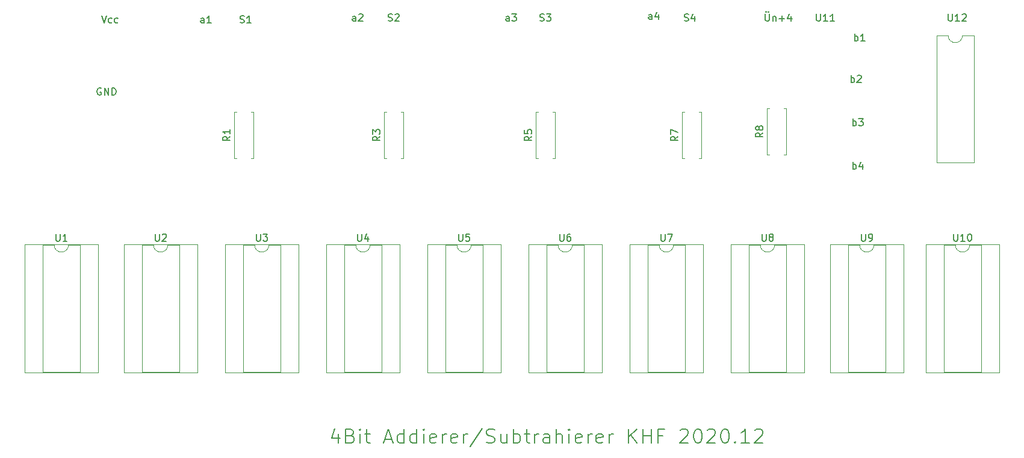
<source format=gbr>
%TF.GenerationSoftware,KiCad,Pcbnew,(5.1.6)-1*%
%TF.CreationDate,2020-12-22T11:19:17+01:00*%
%TF.ProjectId,Addierer,41646469-6572-4657-922e-6b696361645f,rev?*%
%TF.SameCoordinates,Original*%
%TF.FileFunction,Legend,Top*%
%TF.FilePolarity,Positive*%
%FSLAX46Y46*%
G04 Gerber Fmt 4.6, Leading zero omitted, Abs format (unit mm)*
G04 Created by KiCad (PCBNEW (5.1.6)-1) date 2020-12-22 11:19:17*
%MOMM*%
%LPD*%
G01*
G04 APERTURE LIST*
%ADD10C,0.150000*%
%ADD11C,0.120000*%
G04 APERTURE END LIST*
D10*
X89491047Y-150701428D02*
X89491047Y-152034761D01*
X89014857Y-149939523D02*
X88538666Y-151368095D01*
X89776761Y-151368095D01*
X91205333Y-150987142D02*
X91491047Y-151082380D01*
X91586285Y-151177619D01*
X91681523Y-151368095D01*
X91681523Y-151653809D01*
X91586285Y-151844285D01*
X91491047Y-151939523D01*
X91300571Y-152034761D01*
X90538666Y-152034761D01*
X90538666Y-150034761D01*
X91205333Y-150034761D01*
X91395809Y-150130000D01*
X91491047Y-150225238D01*
X91586285Y-150415714D01*
X91586285Y-150606190D01*
X91491047Y-150796666D01*
X91395809Y-150891904D01*
X91205333Y-150987142D01*
X90538666Y-150987142D01*
X92538666Y-152034761D02*
X92538666Y-150701428D01*
X92538666Y-150034761D02*
X92443428Y-150130000D01*
X92538666Y-150225238D01*
X92633904Y-150130000D01*
X92538666Y-150034761D01*
X92538666Y-150225238D01*
X93205333Y-150701428D02*
X93967238Y-150701428D01*
X93491047Y-150034761D02*
X93491047Y-151749047D01*
X93586285Y-151939523D01*
X93776761Y-152034761D01*
X93967238Y-152034761D01*
X96062476Y-151463333D02*
X97014857Y-151463333D01*
X95872000Y-152034761D02*
X96538666Y-150034761D01*
X97205333Y-152034761D01*
X98729142Y-152034761D02*
X98729142Y-150034761D01*
X98729142Y-151939523D02*
X98538666Y-152034761D01*
X98157714Y-152034761D01*
X97967238Y-151939523D01*
X97872000Y-151844285D01*
X97776761Y-151653809D01*
X97776761Y-151082380D01*
X97872000Y-150891904D01*
X97967238Y-150796666D01*
X98157714Y-150701428D01*
X98538666Y-150701428D01*
X98729142Y-150796666D01*
X100538666Y-152034761D02*
X100538666Y-150034761D01*
X100538666Y-151939523D02*
X100348190Y-152034761D01*
X99967238Y-152034761D01*
X99776761Y-151939523D01*
X99681523Y-151844285D01*
X99586285Y-151653809D01*
X99586285Y-151082380D01*
X99681523Y-150891904D01*
X99776761Y-150796666D01*
X99967238Y-150701428D01*
X100348190Y-150701428D01*
X100538666Y-150796666D01*
X101491047Y-152034761D02*
X101491047Y-150701428D01*
X101491047Y-150034761D02*
X101395809Y-150130000D01*
X101491047Y-150225238D01*
X101586285Y-150130000D01*
X101491047Y-150034761D01*
X101491047Y-150225238D01*
X103205333Y-151939523D02*
X103014857Y-152034761D01*
X102633904Y-152034761D01*
X102443428Y-151939523D01*
X102348190Y-151749047D01*
X102348190Y-150987142D01*
X102443428Y-150796666D01*
X102633904Y-150701428D01*
X103014857Y-150701428D01*
X103205333Y-150796666D01*
X103300571Y-150987142D01*
X103300571Y-151177619D01*
X102348190Y-151368095D01*
X104157714Y-152034761D02*
X104157714Y-150701428D01*
X104157714Y-151082380D02*
X104252952Y-150891904D01*
X104348190Y-150796666D01*
X104538666Y-150701428D01*
X104729142Y-150701428D01*
X106157714Y-151939523D02*
X105967238Y-152034761D01*
X105586285Y-152034761D01*
X105395809Y-151939523D01*
X105300571Y-151749047D01*
X105300571Y-150987142D01*
X105395809Y-150796666D01*
X105586285Y-150701428D01*
X105967238Y-150701428D01*
X106157714Y-150796666D01*
X106252952Y-150987142D01*
X106252952Y-151177619D01*
X105300571Y-151368095D01*
X107110095Y-152034761D02*
X107110095Y-150701428D01*
X107110095Y-151082380D02*
X107205333Y-150891904D01*
X107300571Y-150796666D01*
X107491047Y-150701428D01*
X107681523Y-150701428D01*
X109776761Y-149939523D02*
X108062476Y-152510952D01*
X110348190Y-151939523D02*
X110633904Y-152034761D01*
X111110095Y-152034761D01*
X111300571Y-151939523D01*
X111395809Y-151844285D01*
X111491047Y-151653809D01*
X111491047Y-151463333D01*
X111395809Y-151272857D01*
X111300571Y-151177619D01*
X111110095Y-151082380D01*
X110729142Y-150987142D01*
X110538666Y-150891904D01*
X110443428Y-150796666D01*
X110348190Y-150606190D01*
X110348190Y-150415714D01*
X110443428Y-150225238D01*
X110538666Y-150130000D01*
X110729142Y-150034761D01*
X111205333Y-150034761D01*
X111491047Y-150130000D01*
X113205333Y-150701428D02*
X113205333Y-152034761D01*
X112348190Y-150701428D02*
X112348190Y-151749047D01*
X112443428Y-151939523D01*
X112633904Y-152034761D01*
X112919619Y-152034761D01*
X113110095Y-151939523D01*
X113205333Y-151844285D01*
X114157714Y-152034761D02*
X114157714Y-150034761D01*
X114157714Y-150796666D02*
X114348190Y-150701428D01*
X114729142Y-150701428D01*
X114919619Y-150796666D01*
X115014857Y-150891904D01*
X115110095Y-151082380D01*
X115110095Y-151653809D01*
X115014857Y-151844285D01*
X114919619Y-151939523D01*
X114729142Y-152034761D01*
X114348190Y-152034761D01*
X114157714Y-151939523D01*
X115681523Y-150701428D02*
X116443428Y-150701428D01*
X115967238Y-150034761D02*
X115967238Y-151749047D01*
X116062476Y-151939523D01*
X116252952Y-152034761D01*
X116443428Y-152034761D01*
X117110095Y-152034761D02*
X117110095Y-150701428D01*
X117110095Y-151082380D02*
X117205333Y-150891904D01*
X117300571Y-150796666D01*
X117491047Y-150701428D01*
X117681523Y-150701428D01*
X119205333Y-152034761D02*
X119205333Y-150987142D01*
X119110095Y-150796666D01*
X118919619Y-150701428D01*
X118538666Y-150701428D01*
X118348190Y-150796666D01*
X119205333Y-151939523D02*
X119014857Y-152034761D01*
X118538666Y-152034761D01*
X118348190Y-151939523D01*
X118252952Y-151749047D01*
X118252952Y-151558571D01*
X118348190Y-151368095D01*
X118538666Y-151272857D01*
X119014857Y-151272857D01*
X119205333Y-151177619D01*
X120157714Y-152034761D02*
X120157714Y-150034761D01*
X121014857Y-152034761D02*
X121014857Y-150987142D01*
X120919619Y-150796666D01*
X120729142Y-150701428D01*
X120443428Y-150701428D01*
X120252952Y-150796666D01*
X120157714Y-150891904D01*
X121967238Y-152034761D02*
X121967238Y-150701428D01*
X121967238Y-150034761D02*
X121872000Y-150130000D01*
X121967238Y-150225238D01*
X122062476Y-150130000D01*
X121967238Y-150034761D01*
X121967238Y-150225238D01*
X123681523Y-151939523D02*
X123491047Y-152034761D01*
X123110095Y-152034761D01*
X122919619Y-151939523D01*
X122824380Y-151749047D01*
X122824380Y-150987142D01*
X122919619Y-150796666D01*
X123110095Y-150701428D01*
X123491047Y-150701428D01*
X123681523Y-150796666D01*
X123776761Y-150987142D01*
X123776761Y-151177619D01*
X122824380Y-151368095D01*
X124633904Y-152034761D02*
X124633904Y-150701428D01*
X124633904Y-151082380D02*
X124729142Y-150891904D01*
X124824380Y-150796666D01*
X125014857Y-150701428D01*
X125205333Y-150701428D01*
X126633904Y-151939523D02*
X126443428Y-152034761D01*
X126062476Y-152034761D01*
X125872000Y-151939523D01*
X125776761Y-151749047D01*
X125776761Y-150987142D01*
X125872000Y-150796666D01*
X126062476Y-150701428D01*
X126443428Y-150701428D01*
X126633904Y-150796666D01*
X126729142Y-150987142D01*
X126729142Y-151177619D01*
X125776761Y-151368095D01*
X127586285Y-152034761D02*
X127586285Y-150701428D01*
X127586285Y-151082380D02*
X127681523Y-150891904D01*
X127776761Y-150796666D01*
X127967238Y-150701428D01*
X128157714Y-150701428D01*
X130348190Y-152034761D02*
X130348190Y-150034761D01*
X131491047Y-152034761D02*
X130633904Y-150891904D01*
X131491047Y-150034761D02*
X130348190Y-151177619D01*
X132348190Y-152034761D02*
X132348190Y-150034761D01*
X132348190Y-150987142D02*
X133491047Y-150987142D01*
X133491047Y-152034761D02*
X133491047Y-150034761D01*
X135110095Y-150987142D02*
X134443428Y-150987142D01*
X134443428Y-152034761D02*
X134443428Y-150034761D01*
X135395809Y-150034761D01*
X137586285Y-150225238D02*
X137681523Y-150130000D01*
X137872000Y-150034761D01*
X138348190Y-150034761D01*
X138538666Y-150130000D01*
X138633904Y-150225238D01*
X138729142Y-150415714D01*
X138729142Y-150606190D01*
X138633904Y-150891904D01*
X137491047Y-152034761D01*
X138729142Y-152034761D01*
X139967238Y-150034761D02*
X140157714Y-150034761D01*
X140348190Y-150130000D01*
X140443428Y-150225238D01*
X140538666Y-150415714D01*
X140633904Y-150796666D01*
X140633904Y-151272857D01*
X140538666Y-151653809D01*
X140443428Y-151844285D01*
X140348190Y-151939523D01*
X140157714Y-152034761D01*
X139967238Y-152034761D01*
X139776761Y-151939523D01*
X139681523Y-151844285D01*
X139586285Y-151653809D01*
X139491047Y-151272857D01*
X139491047Y-150796666D01*
X139586285Y-150415714D01*
X139681523Y-150225238D01*
X139776761Y-150130000D01*
X139967238Y-150034761D01*
X141395809Y-150225238D02*
X141491047Y-150130000D01*
X141681523Y-150034761D01*
X142157714Y-150034761D01*
X142348190Y-150130000D01*
X142443428Y-150225238D01*
X142538666Y-150415714D01*
X142538666Y-150606190D01*
X142443428Y-150891904D01*
X141300571Y-152034761D01*
X142538666Y-152034761D01*
X143776761Y-150034761D02*
X143967238Y-150034761D01*
X144157714Y-150130000D01*
X144252952Y-150225238D01*
X144348190Y-150415714D01*
X144443428Y-150796666D01*
X144443428Y-151272857D01*
X144348190Y-151653809D01*
X144252952Y-151844285D01*
X144157714Y-151939523D01*
X143967238Y-152034761D01*
X143776761Y-152034761D01*
X143586285Y-151939523D01*
X143491047Y-151844285D01*
X143395809Y-151653809D01*
X143300571Y-151272857D01*
X143300571Y-150796666D01*
X143395809Y-150415714D01*
X143491047Y-150225238D01*
X143586285Y-150130000D01*
X143776761Y-150034761D01*
X145300571Y-151844285D02*
X145395809Y-151939523D01*
X145300571Y-152034761D01*
X145205333Y-151939523D01*
X145300571Y-151844285D01*
X145300571Y-152034761D01*
X147300571Y-152034761D02*
X146157714Y-152034761D01*
X146729142Y-152034761D02*
X146729142Y-150034761D01*
X146538666Y-150320476D01*
X146348190Y-150510952D01*
X146157714Y-150606190D01*
X148062476Y-150225238D02*
X148157714Y-150130000D01*
X148348190Y-150034761D01*
X148824380Y-150034761D01*
X149014857Y-150130000D01*
X149110095Y-150225238D01*
X149205333Y-150415714D01*
X149205333Y-150606190D01*
X149110095Y-150891904D01*
X147967238Y-152034761D01*
X149205333Y-152034761D01*
D11*
%TO.C,R1*%
X75160000Y-111982000D02*
X74830000Y-111982000D01*
X74830000Y-111982000D02*
X74830000Y-105442000D01*
X74830000Y-105442000D02*
X75160000Y-105442000D01*
X77240000Y-111982000D02*
X77570000Y-111982000D01*
X77570000Y-111982000D02*
X77570000Y-105442000D01*
X77570000Y-105442000D02*
X77240000Y-105442000D01*
%TO.C,R3*%
X96242000Y-111982000D02*
X95912000Y-111982000D01*
X95912000Y-111982000D02*
X95912000Y-105442000D01*
X95912000Y-105442000D02*
X96242000Y-105442000D01*
X98322000Y-111982000D02*
X98652000Y-111982000D01*
X98652000Y-111982000D02*
X98652000Y-105442000D01*
X98652000Y-105442000D02*
X98322000Y-105442000D01*
%TO.C,R5*%
X119988000Y-105442000D02*
X119658000Y-105442000D01*
X119988000Y-111982000D02*
X119988000Y-105442000D01*
X119658000Y-111982000D02*
X119988000Y-111982000D01*
X117248000Y-105442000D02*
X117578000Y-105442000D01*
X117248000Y-111982000D02*
X117248000Y-105442000D01*
X117578000Y-111982000D02*
X117248000Y-111982000D01*
%TO.C,R7*%
X140562000Y-105442000D02*
X140232000Y-105442000D01*
X140562000Y-111982000D02*
X140562000Y-105442000D01*
X140232000Y-111982000D02*
X140562000Y-111982000D01*
X137822000Y-105442000D02*
X138152000Y-105442000D01*
X137822000Y-111982000D02*
X137822000Y-105442000D01*
X138152000Y-111982000D02*
X137822000Y-111982000D01*
%TO.C,R8*%
X152500000Y-104934000D02*
X152170000Y-104934000D01*
X152500000Y-111474000D02*
X152500000Y-104934000D01*
X152170000Y-111474000D02*
X152500000Y-111474000D01*
X149760000Y-104934000D02*
X150090000Y-104934000D01*
X149760000Y-111474000D02*
X149760000Y-104934000D01*
X150090000Y-111474000D02*
X149760000Y-111474000D01*
%TO.C,U1*%
X55686000Y-124086000D02*
X45406000Y-124086000D01*
X55686000Y-142106000D02*
X55686000Y-124086000D01*
X45406000Y-142106000D02*
X55686000Y-142106000D01*
X45406000Y-124086000D02*
X45406000Y-142106000D01*
X53196000Y-124146000D02*
X51546000Y-124146000D01*
X53196000Y-142046000D02*
X53196000Y-124146000D01*
X47896000Y-142046000D02*
X53196000Y-142046000D01*
X47896000Y-124146000D02*
X47896000Y-142046000D01*
X49546000Y-124146000D02*
X47896000Y-124146000D01*
X51546000Y-124146000D02*
G75*
G02*
X49546000Y-124146000I-1000000J0D01*
G01*
%TO.C,U2*%
X69656000Y-124086000D02*
X59376000Y-124086000D01*
X69656000Y-142106000D02*
X69656000Y-124086000D01*
X59376000Y-142106000D02*
X69656000Y-142106000D01*
X59376000Y-124086000D02*
X59376000Y-142106000D01*
X67166000Y-124146000D02*
X65516000Y-124146000D01*
X67166000Y-142046000D02*
X67166000Y-124146000D01*
X61866000Y-142046000D02*
X67166000Y-142046000D01*
X61866000Y-124146000D02*
X61866000Y-142046000D01*
X63516000Y-124146000D02*
X61866000Y-124146000D01*
X65516000Y-124146000D02*
G75*
G02*
X63516000Y-124146000I-1000000J0D01*
G01*
%TO.C,U3*%
X79740000Y-124146000D02*
G75*
G02*
X77740000Y-124146000I-1000000J0D01*
G01*
X77740000Y-124146000D02*
X76090000Y-124146000D01*
X76090000Y-124146000D02*
X76090000Y-142046000D01*
X76090000Y-142046000D02*
X81390000Y-142046000D01*
X81390000Y-142046000D02*
X81390000Y-124146000D01*
X81390000Y-124146000D02*
X79740000Y-124146000D01*
X73600000Y-124086000D02*
X73600000Y-142106000D01*
X73600000Y-142106000D02*
X83880000Y-142106000D01*
X83880000Y-142106000D02*
X83880000Y-124086000D01*
X83880000Y-124086000D02*
X73600000Y-124086000D01*
%TO.C,U4*%
X93964000Y-124146000D02*
G75*
G02*
X91964000Y-124146000I-1000000J0D01*
G01*
X91964000Y-124146000D02*
X90314000Y-124146000D01*
X90314000Y-124146000D02*
X90314000Y-142046000D01*
X90314000Y-142046000D02*
X95614000Y-142046000D01*
X95614000Y-142046000D02*
X95614000Y-124146000D01*
X95614000Y-124146000D02*
X93964000Y-124146000D01*
X87824000Y-124086000D02*
X87824000Y-142106000D01*
X87824000Y-142106000D02*
X98104000Y-142106000D01*
X98104000Y-142106000D02*
X98104000Y-124086000D01*
X98104000Y-124086000D02*
X87824000Y-124086000D01*
%TO.C,U5*%
X112328000Y-124086000D02*
X102048000Y-124086000D01*
X112328000Y-142106000D02*
X112328000Y-124086000D01*
X102048000Y-142106000D02*
X112328000Y-142106000D01*
X102048000Y-124086000D02*
X102048000Y-142106000D01*
X109838000Y-124146000D02*
X108188000Y-124146000D01*
X109838000Y-142046000D02*
X109838000Y-124146000D01*
X104538000Y-142046000D02*
X109838000Y-142046000D01*
X104538000Y-124146000D02*
X104538000Y-142046000D01*
X106188000Y-124146000D02*
X104538000Y-124146000D01*
X108188000Y-124146000D02*
G75*
G02*
X106188000Y-124146000I-1000000J0D01*
G01*
%TO.C,U6*%
X122412000Y-124146000D02*
G75*
G02*
X120412000Y-124146000I-1000000J0D01*
G01*
X120412000Y-124146000D02*
X118762000Y-124146000D01*
X118762000Y-124146000D02*
X118762000Y-142046000D01*
X118762000Y-142046000D02*
X124062000Y-142046000D01*
X124062000Y-142046000D02*
X124062000Y-124146000D01*
X124062000Y-124146000D02*
X122412000Y-124146000D01*
X116272000Y-124086000D02*
X116272000Y-142106000D01*
X116272000Y-142106000D02*
X126552000Y-142106000D01*
X126552000Y-142106000D02*
X126552000Y-124086000D01*
X126552000Y-124086000D02*
X116272000Y-124086000D01*
%TO.C,U7*%
X140776000Y-124086000D02*
X130496000Y-124086000D01*
X140776000Y-142106000D02*
X140776000Y-124086000D01*
X130496000Y-142106000D02*
X140776000Y-142106000D01*
X130496000Y-124086000D02*
X130496000Y-142106000D01*
X138286000Y-124146000D02*
X136636000Y-124146000D01*
X138286000Y-142046000D02*
X138286000Y-124146000D01*
X132986000Y-142046000D02*
X138286000Y-142046000D01*
X132986000Y-124146000D02*
X132986000Y-142046000D01*
X134636000Y-124146000D02*
X132986000Y-124146000D01*
X136636000Y-124146000D02*
G75*
G02*
X134636000Y-124146000I-1000000J0D01*
G01*
%TO.C,U8*%
X150860000Y-124146000D02*
G75*
G02*
X148860000Y-124146000I-1000000J0D01*
G01*
X148860000Y-124146000D02*
X147210000Y-124146000D01*
X147210000Y-124146000D02*
X147210000Y-142046000D01*
X147210000Y-142046000D02*
X152510000Y-142046000D01*
X152510000Y-142046000D02*
X152510000Y-124146000D01*
X152510000Y-124146000D02*
X150860000Y-124146000D01*
X144720000Y-124086000D02*
X144720000Y-142106000D01*
X144720000Y-142106000D02*
X155000000Y-142106000D01*
X155000000Y-142106000D02*
X155000000Y-124086000D01*
X155000000Y-124086000D02*
X144720000Y-124086000D01*
%TO.C,U9*%
X168970000Y-124086000D02*
X158690000Y-124086000D01*
X168970000Y-142106000D02*
X168970000Y-124086000D01*
X158690000Y-142106000D02*
X168970000Y-142106000D01*
X158690000Y-124086000D02*
X158690000Y-142106000D01*
X166480000Y-124146000D02*
X164830000Y-124146000D01*
X166480000Y-142046000D02*
X166480000Y-124146000D01*
X161180000Y-142046000D02*
X166480000Y-142046000D01*
X161180000Y-124146000D02*
X161180000Y-142046000D01*
X162830000Y-124146000D02*
X161180000Y-124146000D01*
X164830000Y-124146000D02*
G75*
G02*
X162830000Y-124146000I-1000000J0D01*
G01*
%TO.C,U10*%
X178292000Y-124146000D02*
G75*
G02*
X176292000Y-124146000I-1000000J0D01*
G01*
X176292000Y-124146000D02*
X174642000Y-124146000D01*
X174642000Y-124146000D02*
X174642000Y-142046000D01*
X174642000Y-142046000D02*
X179942000Y-142046000D01*
X179942000Y-142046000D02*
X179942000Y-124146000D01*
X179942000Y-124146000D02*
X178292000Y-124146000D01*
X172152000Y-124086000D02*
X172152000Y-142106000D01*
X172152000Y-142106000D02*
X182432000Y-142106000D01*
X182432000Y-142106000D02*
X182432000Y-124086000D01*
X182432000Y-124086000D02*
X172152000Y-124086000D01*
%TO.C,U12*%
X178926000Y-94682000D02*
X177276000Y-94682000D01*
X178926000Y-112582000D02*
X178926000Y-94682000D01*
X173626000Y-112582000D02*
X178926000Y-112582000D01*
X173626000Y-94682000D02*
X173626000Y-112582000D01*
X175276000Y-94682000D02*
X173626000Y-94682000D01*
X177276000Y-94682000D02*
G75*
G02*
X175276000Y-94682000I-1000000J0D01*
G01*
%TO.C,GND*%
D10*
X56134095Y-102116000D02*
X56038857Y-102068380D01*
X55896000Y-102068380D01*
X55753142Y-102116000D01*
X55657904Y-102211238D01*
X55610285Y-102306476D01*
X55562666Y-102496952D01*
X55562666Y-102639809D01*
X55610285Y-102830285D01*
X55657904Y-102925523D01*
X55753142Y-103020761D01*
X55896000Y-103068380D01*
X55991238Y-103068380D01*
X56134095Y-103020761D01*
X56181714Y-102973142D01*
X56181714Y-102639809D01*
X55991238Y-102639809D01*
X56610285Y-103068380D02*
X56610285Y-102068380D01*
X57181714Y-103068380D01*
X57181714Y-102068380D01*
X57657904Y-103068380D02*
X57657904Y-102068380D01*
X57896000Y-102068380D01*
X58038857Y-102116000D01*
X58134095Y-102211238D01*
X58181714Y-102306476D01*
X58229333Y-102496952D01*
X58229333Y-102639809D01*
X58181714Y-102830285D01*
X58134095Y-102925523D01*
X58038857Y-103020761D01*
X57896000Y-103068380D01*
X57657904Y-103068380D01*
%TO.C,*%
%TO.C,a1*%
X70604095Y-92908380D02*
X70604095Y-92384571D01*
X70556476Y-92289333D01*
X70461238Y-92241714D01*
X70270761Y-92241714D01*
X70175523Y-92289333D01*
X70604095Y-92860761D02*
X70508857Y-92908380D01*
X70270761Y-92908380D01*
X70175523Y-92860761D01*
X70127904Y-92765523D01*
X70127904Y-92670285D01*
X70175523Y-92575047D01*
X70270761Y-92527428D01*
X70508857Y-92527428D01*
X70604095Y-92479809D01*
X71604095Y-92908380D02*
X71032666Y-92908380D01*
X71318380Y-92908380D02*
X71318380Y-91908380D01*
X71223142Y-92051238D01*
X71127904Y-92146476D01*
X71032666Y-92194095D01*
%TO.C,a2*%
X91940095Y-92654380D02*
X91940095Y-92130571D01*
X91892476Y-92035333D01*
X91797238Y-91987714D01*
X91606761Y-91987714D01*
X91511523Y-92035333D01*
X91940095Y-92606761D02*
X91844857Y-92654380D01*
X91606761Y-92654380D01*
X91511523Y-92606761D01*
X91463904Y-92511523D01*
X91463904Y-92416285D01*
X91511523Y-92321047D01*
X91606761Y-92273428D01*
X91844857Y-92273428D01*
X91940095Y-92225809D01*
X92368666Y-91749619D02*
X92416285Y-91702000D01*
X92511523Y-91654380D01*
X92749619Y-91654380D01*
X92844857Y-91702000D01*
X92892476Y-91749619D01*
X92940095Y-91844857D01*
X92940095Y-91940095D01*
X92892476Y-92082952D01*
X92321047Y-92654380D01*
X92940095Y-92654380D01*
%TO.C,a3*%
X113530095Y-92654380D02*
X113530095Y-92130571D01*
X113482476Y-92035333D01*
X113387238Y-91987714D01*
X113196761Y-91987714D01*
X113101523Y-92035333D01*
X113530095Y-92606761D02*
X113434857Y-92654380D01*
X113196761Y-92654380D01*
X113101523Y-92606761D01*
X113053904Y-92511523D01*
X113053904Y-92416285D01*
X113101523Y-92321047D01*
X113196761Y-92273428D01*
X113434857Y-92273428D01*
X113530095Y-92225809D01*
X113911047Y-91654380D02*
X114530095Y-91654380D01*
X114196761Y-92035333D01*
X114339619Y-92035333D01*
X114434857Y-92082952D01*
X114482476Y-92130571D01*
X114530095Y-92225809D01*
X114530095Y-92463904D01*
X114482476Y-92559142D01*
X114434857Y-92606761D01*
X114339619Y-92654380D01*
X114053904Y-92654380D01*
X113958666Y-92606761D01*
X113911047Y-92559142D01*
%TO.C,a4*%
X133596095Y-92400380D02*
X133596095Y-91876571D01*
X133548476Y-91781333D01*
X133453238Y-91733714D01*
X133262761Y-91733714D01*
X133167523Y-91781333D01*
X133596095Y-92352761D02*
X133500857Y-92400380D01*
X133262761Y-92400380D01*
X133167523Y-92352761D01*
X133119904Y-92257523D01*
X133119904Y-92162285D01*
X133167523Y-92067047D01*
X133262761Y-92019428D01*
X133500857Y-92019428D01*
X133596095Y-91971809D01*
X134500857Y-91733714D02*
X134500857Y-92400380D01*
X134262761Y-91352761D02*
X134024666Y-92067047D01*
X134643714Y-92067047D01*
%TO.C,b1*%
X162123523Y-95448380D02*
X162123523Y-94448380D01*
X162123523Y-94829333D02*
X162218761Y-94781714D01*
X162409238Y-94781714D01*
X162504476Y-94829333D01*
X162552095Y-94876952D01*
X162599714Y-94972190D01*
X162599714Y-95257904D01*
X162552095Y-95353142D01*
X162504476Y-95400761D01*
X162409238Y-95448380D01*
X162218761Y-95448380D01*
X162123523Y-95400761D01*
X163552095Y-95448380D02*
X162980666Y-95448380D01*
X163266380Y-95448380D02*
X163266380Y-94448380D01*
X163171142Y-94591238D01*
X163075904Y-94686476D01*
X162980666Y-94734095D01*
%TO.C,b2*%
X161615523Y-101290380D02*
X161615523Y-100290380D01*
X161615523Y-100671333D02*
X161710761Y-100623714D01*
X161901238Y-100623714D01*
X161996476Y-100671333D01*
X162044095Y-100718952D01*
X162091714Y-100814190D01*
X162091714Y-101099904D01*
X162044095Y-101195142D01*
X161996476Y-101242761D01*
X161901238Y-101290380D01*
X161710761Y-101290380D01*
X161615523Y-101242761D01*
X162472666Y-100385619D02*
X162520285Y-100338000D01*
X162615523Y-100290380D01*
X162853619Y-100290380D01*
X162948857Y-100338000D01*
X162996476Y-100385619D01*
X163044095Y-100480857D01*
X163044095Y-100576095D01*
X162996476Y-100718952D01*
X162425047Y-101290380D01*
X163044095Y-101290380D01*
%TO.C,b3*%
X161869523Y-107386380D02*
X161869523Y-106386380D01*
X161869523Y-106767333D02*
X161964761Y-106719714D01*
X162155238Y-106719714D01*
X162250476Y-106767333D01*
X162298095Y-106814952D01*
X162345714Y-106910190D01*
X162345714Y-107195904D01*
X162298095Y-107291142D01*
X162250476Y-107338761D01*
X162155238Y-107386380D01*
X161964761Y-107386380D01*
X161869523Y-107338761D01*
X162679047Y-106386380D02*
X163298095Y-106386380D01*
X162964761Y-106767333D01*
X163107619Y-106767333D01*
X163202857Y-106814952D01*
X163250476Y-106862571D01*
X163298095Y-106957809D01*
X163298095Y-107195904D01*
X163250476Y-107291142D01*
X163202857Y-107338761D01*
X163107619Y-107386380D01*
X162821904Y-107386380D01*
X162726666Y-107338761D01*
X162679047Y-107291142D01*
%TO.C,b4*%
X161869523Y-113482380D02*
X161869523Y-112482380D01*
X161869523Y-112863333D02*
X161964761Y-112815714D01*
X162155238Y-112815714D01*
X162250476Y-112863333D01*
X162298095Y-112910952D01*
X162345714Y-113006190D01*
X162345714Y-113291904D01*
X162298095Y-113387142D01*
X162250476Y-113434761D01*
X162155238Y-113482380D01*
X161964761Y-113482380D01*
X161869523Y-113434761D01*
X163202857Y-112815714D02*
X163202857Y-113482380D01*
X162964761Y-112434761D02*
X162726666Y-113149047D01*
X163345714Y-113149047D01*
%TO.C,R1*%
X74282380Y-108878666D02*
X73806190Y-109212000D01*
X74282380Y-109450095D02*
X73282380Y-109450095D01*
X73282380Y-109069142D01*
X73330000Y-108973904D01*
X73377619Y-108926285D01*
X73472857Y-108878666D01*
X73615714Y-108878666D01*
X73710952Y-108926285D01*
X73758571Y-108973904D01*
X73806190Y-109069142D01*
X73806190Y-109450095D01*
X74282380Y-107926285D02*
X74282380Y-108497714D01*
X74282380Y-108212000D02*
X73282380Y-108212000D01*
X73425238Y-108307238D01*
X73520476Y-108402476D01*
X73568095Y-108497714D01*
%TO.C,R3*%
X95364380Y-108878666D02*
X94888190Y-109212000D01*
X95364380Y-109450095D02*
X94364380Y-109450095D01*
X94364380Y-109069142D01*
X94412000Y-108973904D01*
X94459619Y-108926285D01*
X94554857Y-108878666D01*
X94697714Y-108878666D01*
X94792952Y-108926285D01*
X94840571Y-108973904D01*
X94888190Y-109069142D01*
X94888190Y-109450095D01*
X94364380Y-108545333D02*
X94364380Y-107926285D01*
X94745333Y-108259619D01*
X94745333Y-108116761D01*
X94792952Y-108021523D01*
X94840571Y-107973904D01*
X94935809Y-107926285D01*
X95173904Y-107926285D01*
X95269142Y-107973904D01*
X95316761Y-108021523D01*
X95364380Y-108116761D01*
X95364380Y-108402476D01*
X95316761Y-108497714D01*
X95269142Y-108545333D01*
%TO.C,R5*%
X116700380Y-108878666D02*
X116224190Y-109212000D01*
X116700380Y-109450095D02*
X115700380Y-109450095D01*
X115700380Y-109069142D01*
X115748000Y-108973904D01*
X115795619Y-108926285D01*
X115890857Y-108878666D01*
X116033714Y-108878666D01*
X116128952Y-108926285D01*
X116176571Y-108973904D01*
X116224190Y-109069142D01*
X116224190Y-109450095D01*
X115700380Y-107973904D02*
X115700380Y-108450095D01*
X116176571Y-108497714D01*
X116128952Y-108450095D01*
X116081333Y-108354857D01*
X116081333Y-108116761D01*
X116128952Y-108021523D01*
X116176571Y-107973904D01*
X116271809Y-107926285D01*
X116509904Y-107926285D01*
X116605142Y-107973904D01*
X116652761Y-108021523D01*
X116700380Y-108116761D01*
X116700380Y-108354857D01*
X116652761Y-108450095D01*
X116605142Y-108497714D01*
%TO.C,R7*%
X137274380Y-108878666D02*
X136798190Y-109212000D01*
X137274380Y-109450095D02*
X136274380Y-109450095D01*
X136274380Y-109069142D01*
X136322000Y-108973904D01*
X136369619Y-108926285D01*
X136464857Y-108878666D01*
X136607714Y-108878666D01*
X136702952Y-108926285D01*
X136750571Y-108973904D01*
X136798190Y-109069142D01*
X136798190Y-109450095D01*
X136274380Y-108545333D02*
X136274380Y-107878666D01*
X137274380Y-108307238D01*
%TO.C,R8*%
X149212380Y-108370666D02*
X148736190Y-108704000D01*
X149212380Y-108942095D02*
X148212380Y-108942095D01*
X148212380Y-108561142D01*
X148260000Y-108465904D01*
X148307619Y-108418285D01*
X148402857Y-108370666D01*
X148545714Y-108370666D01*
X148640952Y-108418285D01*
X148688571Y-108465904D01*
X148736190Y-108561142D01*
X148736190Y-108942095D01*
X148640952Y-107799238D02*
X148593333Y-107894476D01*
X148545714Y-107942095D01*
X148450476Y-107989714D01*
X148402857Y-107989714D01*
X148307619Y-107942095D01*
X148260000Y-107894476D01*
X148212380Y-107799238D01*
X148212380Y-107608761D01*
X148260000Y-107513523D01*
X148307619Y-107465904D01*
X148402857Y-107418285D01*
X148450476Y-107418285D01*
X148545714Y-107465904D01*
X148593333Y-107513523D01*
X148640952Y-107608761D01*
X148640952Y-107799238D01*
X148688571Y-107894476D01*
X148736190Y-107942095D01*
X148831428Y-107989714D01*
X149021904Y-107989714D01*
X149117142Y-107942095D01*
X149164761Y-107894476D01*
X149212380Y-107799238D01*
X149212380Y-107608761D01*
X149164761Y-107513523D01*
X149117142Y-107465904D01*
X149021904Y-107418285D01*
X148831428Y-107418285D01*
X148736190Y-107465904D01*
X148688571Y-107513523D01*
X148640952Y-107608761D01*
%TO.C,S1*%
X75692095Y-92860761D02*
X75834952Y-92908380D01*
X76073047Y-92908380D01*
X76168285Y-92860761D01*
X76215904Y-92813142D01*
X76263523Y-92717904D01*
X76263523Y-92622666D01*
X76215904Y-92527428D01*
X76168285Y-92479809D01*
X76073047Y-92432190D01*
X75882571Y-92384571D01*
X75787333Y-92336952D01*
X75739714Y-92289333D01*
X75692095Y-92194095D01*
X75692095Y-92098857D01*
X75739714Y-92003619D01*
X75787333Y-91956000D01*
X75882571Y-91908380D01*
X76120666Y-91908380D01*
X76263523Y-91956000D01*
X77215904Y-92908380D02*
X76644476Y-92908380D01*
X76930190Y-92908380D02*
X76930190Y-91908380D01*
X76834952Y-92051238D01*
X76739714Y-92146476D01*
X76644476Y-92194095D01*
%TO.C,S2*%
X96520095Y-92606761D02*
X96662952Y-92654380D01*
X96901047Y-92654380D01*
X96996285Y-92606761D01*
X97043904Y-92559142D01*
X97091523Y-92463904D01*
X97091523Y-92368666D01*
X97043904Y-92273428D01*
X96996285Y-92225809D01*
X96901047Y-92178190D01*
X96710571Y-92130571D01*
X96615333Y-92082952D01*
X96567714Y-92035333D01*
X96520095Y-91940095D01*
X96520095Y-91844857D01*
X96567714Y-91749619D01*
X96615333Y-91702000D01*
X96710571Y-91654380D01*
X96948666Y-91654380D01*
X97091523Y-91702000D01*
X97472476Y-91749619D02*
X97520095Y-91702000D01*
X97615333Y-91654380D01*
X97853428Y-91654380D01*
X97948666Y-91702000D01*
X97996285Y-91749619D01*
X98043904Y-91844857D01*
X98043904Y-91940095D01*
X97996285Y-92082952D01*
X97424857Y-92654380D01*
X98043904Y-92654380D01*
%TO.C,S3*%
X117856095Y-92606761D02*
X117998952Y-92654380D01*
X118237047Y-92654380D01*
X118332285Y-92606761D01*
X118379904Y-92559142D01*
X118427523Y-92463904D01*
X118427523Y-92368666D01*
X118379904Y-92273428D01*
X118332285Y-92225809D01*
X118237047Y-92178190D01*
X118046571Y-92130571D01*
X117951333Y-92082952D01*
X117903714Y-92035333D01*
X117856095Y-91940095D01*
X117856095Y-91844857D01*
X117903714Y-91749619D01*
X117951333Y-91702000D01*
X118046571Y-91654380D01*
X118284666Y-91654380D01*
X118427523Y-91702000D01*
X118760857Y-91654380D02*
X119379904Y-91654380D01*
X119046571Y-92035333D01*
X119189428Y-92035333D01*
X119284666Y-92082952D01*
X119332285Y-92130571D01*
X119379904Y-92225809D01*
X119379904Y-92463904D01*
X119332285Y-92559142D01*
X119284666Y-92606761D01*
X119189428Y-92654380D01*
X118903714Y-92654380D01*
X118808476Y-92606761D01*
X118760857Y-92559142D01*
%TO.C,S4*%
X138176095Y-92606761D02*
X138318952Y-92654380D01*
X138557047Y-92654380D01*
X138652285Y-92606761D01*
X138699904Y-92559142D01*
X138747523Y-92463904D01*
X138747523Y-92368666D01*
X138699904Y-92273428D01*
X138652285Y-92225809D01*
X138557047Y-92178190D01*
X138366571Y-92130571D01*
X138271333Y-92082952D01*
X138223714Y-92035333D01*
X138176095Y-91940095D01*
X138176095Y-91844857D01*
X138223714Y-91749619D01*
X138271333Y-91702000D01*
X138366571Y-91654380D01*
X138604666Y-91654380D01*
X138747523Y-91702000D01*
X139604666Y-91987714D02*
X139604666Y-92654380D01*
X139366571Y-91606761D02*
X139128476Y-92321047D01*
X139747523Y-92321047D01*
%TO.C,U1*%
X49784095Y-122598380D02*
X49784095Y-123407904D01*
X49831714Y-123503142D01*
X49879333Y-123550761D01*
X49974571Y-123598380D01*
X50165047Y-123598380D01*
X50260285Y-123550761D01*
X50307904Y-123503142D01*
X50355523Y-123407904D01*
X50355523Y-122598380D01*
X51355523Y-123598380D02*
X50784095Y-123598380D01*
X51069809Y-123598380D02*
X51069809Y-122598380D01*
X50974571Y-122741238D01*
X50879333Y-122836476D01*
X50784095Y-122884095D01*
%TO.C,U2*%
X63754095Y-122598380D02*
X63754095Y-123407904D01*
X63801714Y-123503142D01*
X63849333Y-123550761D01*
X63944571Y-123598380D01*
X64135047Y-123598380D01*
X64230285Y-123550761D01*
X64277904Y-123503142D01*
X64325523Y-123407904D01*
X64325523Y-122598380D01*
X64754095Y-122693619D02*
X64801714Y-122646000D01*
X64896952Y-122598380D01*
X65135047Y-122598380D01*
X65230285Y-122646000D01*
X65277904Y-122693619D01*
X65325523Y-122788857D01*
X65325523Y-122884095D01*
X65277904Y-123026952D01*
X64706476Y-123598380D01*
X65325523Y-123598380D01*
%TO.C,U3*%
X77978095Y-122598380D02*
X77978095Y-123407904D01*
X78025714Y-123503142D01*
X78073333Y-123550761D01*
X78168571Y-123598380D01*
X78359047Y-123598380D01*
X78454285Y-123550761D01*
X78501904Y-123503142D01*
X78549523Y-123407904D01*
X78549523Y-122598380D01*
X78930476Y-122598380D02*
X79549523Y-122598380D01*
X79216190Y-122979333D01*
X79359047Y-122979333D01*
X79454285Y-123026952D01*
X79501904Y-123074571D01*
X79549523Y-123169809D01*
X79549523Y-123407904D01*
X79501904Y-123503142D01*
X79454285Y-123550761D01*
X79359047Y-123598380D01*
X79073333Y-123598380D01*
X78978095Y-123550761D01*
X78930476Y-123503142D01*
%TO.C,U4*%
X92202095Y-122598380D02*
X92202095Y-123407904D01*
X92249714Y-123503142D01*
X92297333Y-123550761D01*
X92392571Y-123598380D01*
X92583047Y-123598380D01*
X92678285Y-123550761D01*
X92725904Y-123503142D01*
X92773523Y-123407904D01*
X92773523Y-122598380D01*
X93678285Y-122931714D02*
X93678285Y-123598380D01*
X93440190Y-122550761D02*
X93202095Y-123265047D01*
X93821142Y-123265047D01*
%TO.C,U5*%
X106426095Y-122598380D02*
X106426095Y-123407904D01*
X106473714Y-123503142D01*
X106521333Y-123550761D01*
X106616571Y-123598380D01*
X106807047Y-123598380D01*
X106902285Y-123550761D01*
X106949904Y-123503142D01*
X106997523Y-123407904D01*
X106997523Y-122598380D01*
X107949904Y-122598380D02*
X107473714Y-122598380D01*
X107426095Y-123074571D01*
X107473714Y-123026952D01*
X107568952Y-122979333D01*
X107807047Y-122979333D01*
X107902285Y-123026952D01*
X107949904Y-123074571D01*
X107997523Y-123169809D01*
X107997523Y-123407904D01*
X107949904Y-123503142D01*
X107902285Y-123550761D01*
X107807047Y-123598380D01*
X107568952Y-123598380D01*
X107473714Y-123550761D01*
X107426095Y-123503142D01*
%TO.C,U6*%
X120650095Y-122598380D02*
X120650095Y-123407904D01*
X120697714Y-123503142D01*
X120745333Y-123550761D01*
X120840571Y-123598380D01*
X121031047Y-123598380D01*
X121126285Y-123550761D01*
X121173904Y-123503142D01*
X121221523Y-123407904D01*
X121221523Y-122598380D01*
X122126285Y-122598380D02*
X121935809Y-122598380D01*
X121840571Y-122646000D01*
X121792952Y-122693619D01*
X121697714Y-122836476D01*
X121650095Y-123026952D01*
X121650095Y-123407904D01*
X121697714Y-123503142D01*
X121745333Y-123550761D01*
X121840571Y-123598380D01*
X122031047Y-123598380D01*
X122126285Y-123550761D01*
X122173904Y-123503142D01*
X122221523Y-123407904D01*
X122221523Y-123169809D01*
X122173904Y-123074571D01*
X122126285Y-123026952D01*
X122031047Y-122979333D01*
X121840571Y-122979333D01*
X121745333Y-123026952D01*
X121697714Y-123074571D01*
X121650095Y-123169809D01*
%TO.C,U7*%
X134874095Y-122598380D02*
X134874095Y-123407904D01*
X134921714Y-123503142D01*
X134969333Y-123550761D01*
X135064571Y-123598380D01*
X135255047Y-123598380D01*
X135350285Y-123550761D01*
X135397904Y-123503142D01*
X135445523Y-123407904D01*
X135445523Y-122598380D01*
X135826476Y-122598380D02*
X136493142Y-122598380D01*
X136064571Y-123598380D01*
%TO.C,U8*%
X149098095Y-122598380D02*
X149098095Y-123407904D01*
X149145714Y-123503142D01*
X149193333Y-123550761D01*
X149288571Y-123598380D01*
X149479047Y-123598380D01*
X149574285Y-123550761D01*
X149621904Y-123503142D01*
X149669523Y-123407904D01*
X149669523Y-122598380D01*
X150288571Y-123026952D02*
X150193333Y-122979333D01*
X150145714Y-122931714D01*
X150098095Y-122836476D01*
X150098095Y-122788857D01*
X150145714Y-122693619D01*
X150193333Y-122646000D01*
X150288571Y-122598380D01*
X150479047Y-122598380D01*
X150574285Y-122646000D01*
X150621904Y-122693619D01*
X150669523Y-122788857D01*
X150669523Y-122836476D01*
X150621904Y-122931714D01*
X150574285Y-122979333D01*
X150479047Y-123026952D01*
X150288571Y-123026952D01*
X150193333Y-123074571D01*
X150145714Y-123122190D01*
X150098095Y-123217428D01*
X150098095Y-123407904D01*
X150145714Y-123503142D01*
X150193333Y-123550761D01*
X150288571Y-123598380D01*
X150479047Y-123598380D01*
X150574285Y-123550761D01*
X150621904Y-123503142D01*
X150669523Y-123407904D01*
X150669523Y-123217428D01*
X150621904Y-123122190D01*
X150574285Y-123074571D01*
X150479047Y-123026952D01*
%TO.C,U9*%
X163068095Y-122598380D02*
X163068095Y-123407904D01*
X163115714Y-123503142D01*
X163163333Y-123550761D01*
X163258571Y-123598380D01*
X163449047Y-123598380D01*
X163544285Y-123550761D01*
X163591904Y-123503142D01*
X163639523Y-123407904D01*
X163639523Y-122598380D01*
X164163333Y-123598380D02*
X164353809Y-123598380D01*
X164449047Y-123550761D01*
X164496666Y-123503142D01*
X164591904Y-123360285D01*
X164639523Y-123169809D01*
X164639523Y-122788857D01*
X164591904Y-122693619D01*
X164544285Y-122646000D01*
X164449047Y-122598380D01*
X164258571Y-122598380D01*
X164163333Y-122646000D01*
X164115714Y-122693619D01*
X164068095Y-122788857D01*
X164068095Y-123026952D01*
X164115714Y-123122190D01*
X164163333Y-123169809D01*
X164258571Y-123217428D01*
X164449047Y-123217428D01*
X164544285Y-123169809D01*
X164591904Y-123122190D01*
X164639523Y-123026952D01*
%TO.C,U10*%
X176053904Y-122598380D02*
X176053904Y-123407904D01*
X176101523Y-123503142D01*
X176149142Y-123550761D01*
X176244380Y-123598380D01*
X176434857Y-123598380D01*
X176530095Y-123550761D01*
X176577714Y-123503142D01*
X176625333Y-123407904D01*
X176625333Y-122598380D01*
X177625333Y-123598380D02*
X177053904Y-123598380D01*
X177339619Y-123598380D02*
X177339619Y-122598380D01*
X177244380Y-122741238D01*
X177149142Y-122836476D01*
X177053904Y-122884095D01*
X178244380Y-122598380D02*
X178339619Y-122598380D01*
X178434857Y-122646000D01*
X178482476Y-122693619D01*
X178530095Y-122788857D01*
X178577714Y-122979333D01*
X178577714Y-123217428D01*
X178530095Y-123407904D01*
X178482476Y-123503142D01*
X178434857Y-123550761D01*
X178339619Y-123598380D01*
X178244380Y-123598380D01*
X178149142Y-123550761D01*
X178101523Y-123503142D01*
X178053904Y-123407904D01*
X178006285Y-123217428D01*
X178006285Y-122979333D01*
X178053904Y-122788857D01*
X178101523Y-122693619D01*
X178149142Y-122646000D01*
X178244380Y-122598380D01*
%TO.C,U11*%
X156749904Y-91654380D02*
X156749904Y-92463904D01*
X156797523Y-92559142D01*
X156845142Y-92606761D01*
X156940380Y-92654380D01*
X157130857Y-92654380D01*
X157226095Y-92606761D01*
X157273714Y-92559142D01*
X157321333Y-92463904D01*
X157321333Y-91654380D01*
X158321333Y-92654380D02*
X157749904Y-92654380D01*
X158035619Y-92654380D02*
X158035619Y-91654380D01*
X157940380Y-91797238D01*
X157845142Y-91892476D01*
X157749904Y-91940095D01*
X159273714Y-92654380D02*
X158702285Y-92654380D01*
X158988000Y-92654380D02*
X158988000Y-91654380D01*
X158892761Y-91797238D01*
X158797523Y-91892476D01*
X158702285Y-91940095D01*
%TO.C,U12*%
X175291904Y-91654380D02*
X175291904Y-92463904D01*
X175339523Y-92559142D01*
X175387142Y-92606761D01*
X175482380Y-92654380D01*
X175672857Y-92654380D01*
X175768095Y-92606761D01*
X175815714Y-92559142D01*
X175863333Y-92463904D01*
X175863333Y-91654380D01*
X176863333Y-92654380D02*
X176291904Y-92654380D01*
X176577619Y-92654380D02*
X176577619Y-91654380D01*
X176482380Y-91797238D01*
X176387142Y-91892476D01*
X176291904Y-91940095D01*
X177244285Y-91749619D02*
X177291904Y-91702000D01*
X177387142Y-91654380D01*
X177625238Y-91654380D01*
X177720476Y-91702000D01*
X177768095Y-91749619D01*
X177815714Y-91844857D01*
X177815714Y-91940095D01*
X177768095Y-92082952D01*
X177196666Y-92654380D01*
X177815714Y-92654380D01*
%TO.C,Vcc*%
X56213523Y-91908380D02*
X56546857Y-92908380D01*
X56880190Y-91908380D01*
X57642095Y-92860761D02*
X57546857Y-92908380D01*
X57356380Y-92908380D01*
X57261142Y-92860761D01*
X57213523Y-92813142D01*
X57165904Y-92717904D01*
X57165904Y-92432190D01*
X57213523Y-92336952D01*
X57261142Y-92289333D01*
X57356380Y-92241714D01*
X57546857Y-92241714D01*
X57642095Y-92289333D01*
X58499238Y-92860761D02*
X58404000Y-92908380D01*
X58213523Y-92908380D01*
X58118285Y-92860761D01*
X58070666Y-92813142D01*
X58023047Y-92717904D01*
X58023047Y-92432190D01*
X58070666Y-92336952D01*
X58118285Y-92289333D01*
X58213523Y-92241714D01*
X58404000Y-92241714D01*
X58499238Y-92289333D01*
%TO.C,\u00DCn+4*%
X149550666Y-91654380D02*
X149550666Y-92463904D01*
X149598285Y-92559142D01*
X149645904Y-92606761D01*
X149741142Y-92654380D01*
X149931619Y-92654380D01*
X150026857Y-92606761D01*
X150074476Y-92559142D01*
X150122095Y-92463904D01*
X150122095Y-91654380D01*
X149645904Y-91321047D02*
X149693523Y-91368666D01*
X149645904Y-91416285D01*
X149598285Y-91368666D01*
X149645904Y-91321047D01*
X149645904Y-91416285D01*
X150026857Y-91321047D02*
X150074476Y-91368666D01*
X150026857Y-91416285D01*
X149979238Y-91368666D01*
X150026857Y-91321047D01*
X150026857Y-91416285D01*
X150598285Y-91987714D02*
X150598285Y-92654380D01*
X150598285Y-92082952D02*
X150645904Y-92035333D01*
X150741142Y-91987714D01*
X150884000Y-91987714D01*
X150979238Y-92035333D01*
X151026857Y-92130571D01*
X151026857Y-92654380D01*
X151503047Y-92273428D02*
X152264952Y-92273428D01*
X151884000Y-92654380D02*
X151884000Y-91892476D01*
X153169714Y-91987714D02*
X153169714Y-92654380D01*
X152931619Y-91606761D02*
X152693523Y-92321047D01*
X153312571Y-92321047D01*
%TD*%
M02*

</source>
